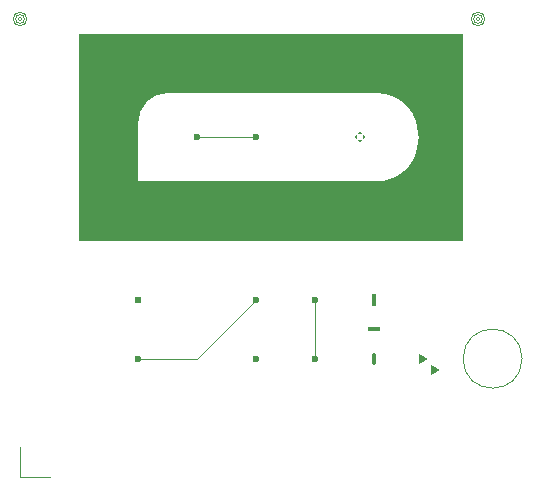
<source format=gbr>
G04 Ucamco ex. 2: Shapes*
%FSLAX36Y36*%
%MOMM*%
%TF.FileFunction,Other,Sample*%
%LPD*%
G04 Define Apertures*
%AMTARGET125*
6,0,0,1.25,.1,0.1,3,0.03,1.50,0*%
%AMTHERMAL80*
7,0,0,0.800,0.550,0.125,45*%
%ADD10C,0.1*%
%ADD11C,0.6*%
%ADD12R,0.6X0.6*%
%ADD13R,0.4X1.00*%
%ADD14R,1.00X0.4*%
%ADD15O,0.4X01.00*%
%ADD16P,1.00X3*%
%ADD18TARGET125*%
%ADD19THERMAL80*%
G04 Start image generation*
D10*
X0Y2500000D02*
G01*
X0Y0D01*
X2500000Y0D01*
X10000000Y10000000D02*
X15000000D01*
X20000000Y15000000D01*
X25000000D02*
Y10000000D01*
D11*
X10000000Y10000000D03*
X20000000D03*
X25000000D03*
Y15000000D03*
X20000000D03*
D12*
X10000000Y15000000D03*
D13*
X30000000Y15000000D03*
D14*
Y12500000D03*
D15*
Y10000000D03*
D10*
X37500000Y10000000D02*
G75*
G03*
X37500000Y10000000I2500000J0D01*
D16*
X34000000Y10000000D03*
X35000000Y9000000D03*
G36*
X5000000Y20000000D02*
G01*
Y37500000D01*
X37500000D01*
Y20000000D01*
X5000000D01*
G37*
D18*
X0Y38750000D03*
X38750000Y38750000D03*
%LPC*%
G36*
X10000000Y25000000D02*
Y30000000D01*
G02*
X12500000Y32500000I2500000J0D01*
G01*
X30000000D01*
G02*
X30000000Y25000000I0J-3750000D01*
G01*
X10000000D01*
G37*
%LPD*%
D10*
X15000000Y28750000D02*
X20000000D01*
D11*
X15000000Y28750000D03*
X20000000D03*
D19*
X28750000Y28750000D03*
M02*
</source>
